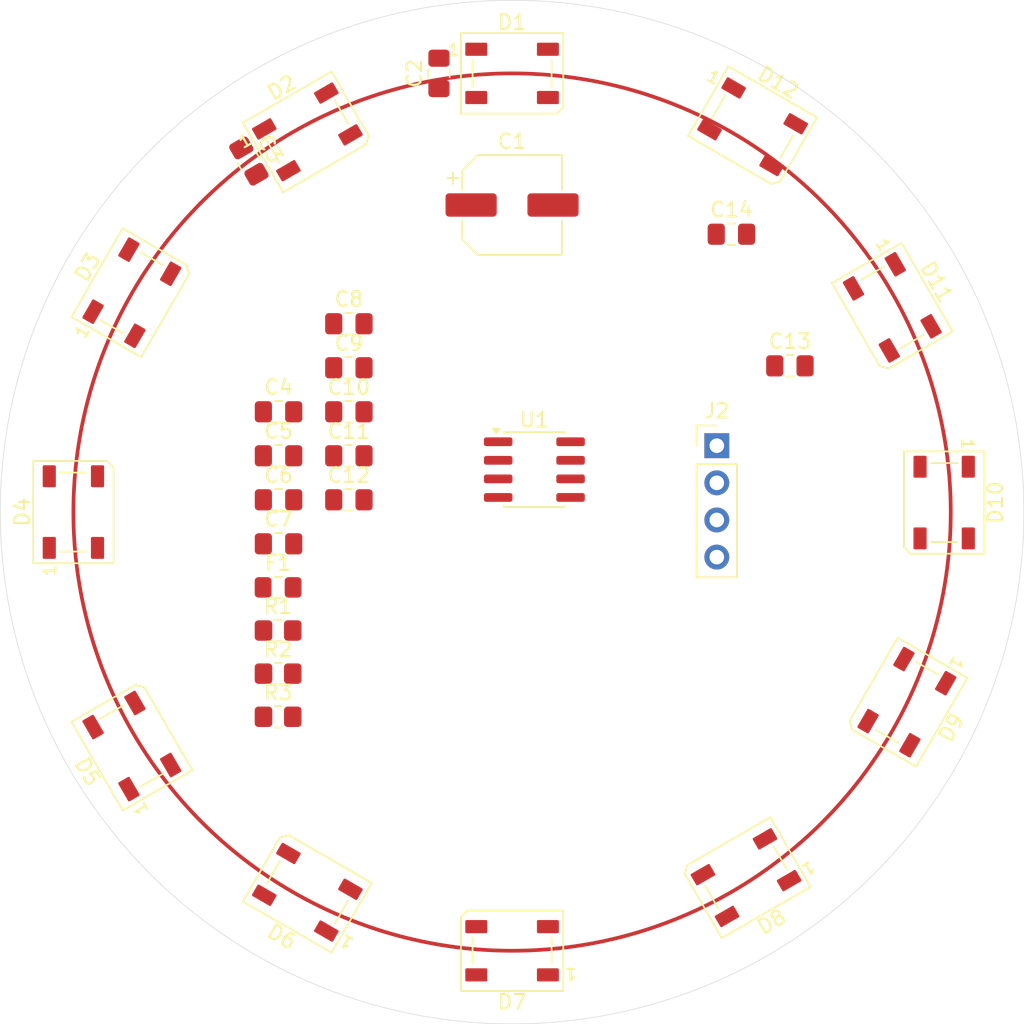
<source format=kicad_pcb>
(kicad_pcb (version 20241229) (generator "pcbnew") (generator_version "9.0")
  (layers (0 "F.Cu" signal "Front") (4 "In1.Cu" signal) (6 "In2.Cu" signal) (2 "B.Cu" signal "Back") (13 "F.Paste" user) (15 "B.Paste" user) (5 "F.SilkS" user "F.Silkscreen") (7 "B.SilkS" user "B.Silkscreen") (1 "F.Mask" user) (3 "B.Mask" user) (25 "Edge.Cuts" user))
  (net 0 "")
  (net 1 "GND")
  (net 2 "+5V")
  (net 3 "Net-(D1-DOUT)")
  (net 4 "Net-(D1-DIN)")
  (net 5 "Net-(D2-DOUT)")
  (net 6 "Net-(D3-DOUT)")
  (net 7 "Net-(D4-DOUT)")
  (net 8 "Net-(D5-DOUT)")
  (net 9 "Net-(D6-DOUT)")
  (net 10 "Net-(D7-DOUT)")
  (net 11 "Net-(D8-DOUT)")
  (net 12 "Net-(D10-DIN)")
  (net 14 "Net-(J1-Pin_4)")
  (net 15 "Programmierpin")
  (net 17 "Neopixel_DATA")
  (net 18 "I2C_SDA")
  (net 19 "I2C_SCL")
  (net 22 "DOUT{slash}IN")
  (net 23 "Net-(D11-DOUT)")
  (footprint "LED_SMD:LED_WS2812B_PLCC4_5.0x5.0mm_P3.2mm" (layer "F.Cu") (at 136 131 150)
    (property "Reference" "D6" (at 0 -3.5 150) (layer "F.SilkS"))
    (property "Value" "WS2812B")
    (fp_line (start 2.7 0.9) (end 2.7 -0.9) (stroke (width 0.12)) (layer "F.SilkS"))
    (fp_line (start 3.5 2.3) (end 3.5 -2.75) (stroke (width 0.12)) (layer "F.SilkS"))
    (fp_line (start 3.05 2.75) (end 3.5 2.3) (stroke (width 0.12)) (layer "F.SilkS"))
    (fp_line (start -3.5 -2.75) (end 3.5 -2.75) (stroke (width 0.12)) (layer "F.SilkS"))
    (fp_line (start -3.5 -2.75) (end -3.5 2.75) (stroke (width 0.12)) (layer "F.SilkS"))
    (fp_line (start -2.7 0.9) (end -2.7 -0.9) (stroke (width 0.12)) (layer "F.SilkS"))
    (fp_line (start -3.5 2.75) (end 3.05 2.75) (stroke (width 0.12)) (layer "F.SilkS"))
    (fp_text user "1" (at -4.000001 -1.6 150) (layer "F.SilkS") (effects (font (size 0.8 0.8))))
    (pad "1" smd roundrect (at -2.45 -1.65 150) (size 1.5 0.9) (layers "F.Cu" "F.Mask" "F.Paste") (roundrect_rratio 0.1) (net 2 "+5V"))
    (pad "2" smd roundrect (at -2.45 1.65 150) (size 1.5 0.9) (layers "F.Cu" "F.Mask" "F.Paste") (roundrect_rratio 0.1) (net 9 "Net-(D6-DOUT)"))
    (pad "3" smd roundrect (at 2.45 1.65 150) (size 1.5 0.9) (layers "F.Cu" "F.Mask" "F.Paste") (roundrect_rratio 0.1) (net 1 "GND"))
    (pad "4" smd roundrect (at 2.45 -1.65 150) (size 1.5 0.9) (layers "F.Cu" "F.Mask" "F.Paste") (roundrect_rratio 0.1) (net 8 "Net-(D5-DOUT)"))
  )
  (footprint "Capacitor_SMD:C_0805_2012Metric_Pad1.18x1.45mm_HandSolder" (layer "F.Cu") (at 165 86)
    (property "Reference" "C14" (at 0 -1.68 0) (layer "F.SilkS"))
    (property "Value" "100nF")
    (fp_line (start -0.261252 -0.735) (end 0.261252 -0.735) (stroke (width 0.12)) (layer "F.SilkS"))
    (fp_line (start -0.261252 0.735) (end 0.261252 0.735) (stroke (width 0.12)) (layer "F.SilkS"))
    (pad "1" smd roundrect (at -1.0375 0) (size 1.175 1.45) (layers "F.Cu" "F.Mask" "F.Paste") (roundrect_rratio 0.212766) (net 2 "+5V"))
    (pad "2" smd roundrect (at 1.0375 0) (size 1.175 1.45) (layers "F.Cu" "F.Mask" "F.Paste") (roundrect_rratio 0.212766) (net 1 "GND"))
  )
  (footprint "Package_SO:SOIC-8_3.9x4.9mm_P1.27mm" (layer "F.Cu") (at 151.525 102.095)
    (property "Reference" "U1" (at 0 -3.4 0) (layer "F.SilkS"))
    (property "Value" "ATtiny202-SS")
    (fp_line (start -2.06 -2.56) (end 2.06 -2.56) (stroke (width 0.12)) (layer "F.SilkS"))
    (fp_line (start -2.06 -2.465) (end -2.06 -2.56) (stroke (width 0.12)) (layer "F.SilkS"))
    (fp_line (start -2.06 2.56) (end -2.06 2.465) (stroke (width 0.12)) (layer "F.SilkS"))
    (fp_line (start 2.06 -2.56) (end 2.06 -2.465) (stroke (width 0.12)) (layer "F.SilkS"))
    (fp_line (start 2.06 2.465) (end 2.06 2.56) (stroke (width 0.12)) (layer "F.SilkS"))
    (fp_line (start 2.06 2.56) (end -2.06 2.56) (stroke (width 0.12)) (layer "F.SilkS"))
    (fp_poly (pts (xy -2.6 -2.47) (xy -2.84 -2.8) (xy -2.36 -2.8)) (stroke (width 0.12)) (fill yes) (layer "F.SilkS"))
    (pad "1" smd roundrect (at -2.475 -1.905) (size 1.95 0.6) (layers "F.Cu" "F.Mask" "F.Paste") (net 2 "+5V"))
    (pad "2" smd roundrect (at -2.475 -0.635) (size 1.95 0.6) (layers "F.Cu" "F.Mask" "F.Paste") (net 17 "Neopixel_DATA"))
    (pad "3" smd roundrect (at -2.475 0.635) (size 1.95 0.6) (layers "F.Cu" "F.Mask" "F.Paste"))
    (pad "4" smd roundrect (at -2.475 1.905) (size 1.95 0.6) (layers "F.Cu" "F.Mask" "F.Paste") (net 18 "I2C_SDA"))
    (pad "5" smd roundrect (at 2.475 1.905) (size 1.95 0.6) (layers "F.Cu" "F.Mask" "F.Paste") (net 19 "I2C_SCL"))
    (pad "6" smd roundrect (at 2.475 0.635) (size 1.95 0.6) (layers "F.Cu" "F.Mask" "F.Paste"))
    (pad "7" smd roundrect (at 2.475 -0.635) (size 1.95 0.6) (layers "F.Cu" "F.Mask" "F.Paste") (net 15 "Programmierpin"))
    (pad "8" smd roundrect (at 2.475 -1.905) (size 1.95 0.6) (layers "F.Cu" "F.Mask" "F.Paste") (net 1 "GND"))
  )
  (footprint "LED_SMD:LED_WS2812B_PLCC4_5.0x5.0mm_P3.2mm" (layer "F.Cu") (at 124 121 120)
    (property "Reference" "D5" (at 0 -3.5 120) (layer "F.SilkS"))
    (property "Value" "WS2812B")
    (fp_line (start -3.5 -2.75) (end 3.5 -2.75) (stroke (width 0.12)) (layer "F.SilkS"))
    (fp_line (start -3.5 -2.75) (end -3.5 2.75) (stroke (width 0.12)) (layer "F.SilkS"))
    (fp_line (start 2.7 0.9) (end 2.7 -0.9) (stroke (width 0.12)) (layer "F.SilkS"))
    (fp_line (start 3.5 2.3) (end 3.5 -2.75) (stroke (width 0.12)) (layer "F.SilkS"))
    (fp_line (start 3.05 2.75) (end 3.5 2.3) (stroke (width 0.12)) (layer "F.SilkS"))
    (fp_line (start -2.7 0.9) (end -2.7 -0.9) (stroke (width 0.12)) (layer "F.SilkS"))
    (fp_line (start -3.5 2.75) (end 3.05 2.75) (stroke (width 0.12)) (layer "F.SilkS"))
    (fp_text user "1" (at -4 -1.6 120) (layer "F.SilkS") (effects (font (size 0.8 0.8))))
    (pad "1" smd roundrect (at -2.45 -1.65 120) (size 1.5 0.9) (layers "F.Cu" "F.Mask" "F.Paste") (roundrect_rratio 0.1) (net 2 "+5V"))
    (pad "2" smd roundrect (at -2.45 1.65 120) (size 1.5 0.9) (layers "F.Cu" "F.Mask" "F.Paste") (roundrect_rratio 0.1) (net 8 "Net-(D5-DOUT)"))
    (pad "3" smd roundrect (at 2.45 1.65 120) (size 1.5 0.9) (layers "F.Cu" "F.Mask" "F.Paste") (roundrect_rratio 0.1) (net 1 "GND"))
    (pad "4" smd roundrect (at 2.45 -1.65 120) (size 1.5 0.9) (layers "F.Cu" "F.Mask" "F.Paste") (roundrect_rratio 0.1) (net 7 "Net-(D4-DOUT)"))
  )
  (footprint "Capacitor_SMD:C_0805_2012Metric_Pad1.18x1.45mm_HandSolder" (layer "F.Cu") (at 138.84 104.16)
    (property "Reference" "C12" (at 0 -1.68 0) (layer "F.SilkS"))
    (property "Value" "100nF")
    (fp_line (start -0.261252 -0.735) (end 0.261252 -0.735) (stroke (width 0.12)) (layer "F.SilkS"))
    (fp_line (start -0.261252 0.735) (end 0.261252 0.735) (stroke (width 0.12)) (layer "F.SilkS"))
    (pad "1" smd roundrect (at -1.0375 0) (size 1.175 1.45) (layers "F.Cu" "F.Mask" "F.Paste") (roundrect_rratio 0.212766) (net 2 "+5V"))
    (pad "2" smd roundrect (at 1.0375 0) (size 1.175 1.45) (layers "F.Cu" "F.Mask" "F.Paste") (roundrect_rratio 0.212766) (net 1 "GND"))
  )
  (footprint "Capacitor_SMD:C_0805_2012Metric_Pad1.18x1.45mm_HandSolder" (layer "F.Cu") (at 134.03 104.16)
    (property "Reference" "C6" (at 0 -1.68 0) (layer "F.SilkS"))
    (property "Value" "100nF")
    (fp_line (start -0.261252 -0.735) (end 0.261252 -0.735) (stroke (width 0.12)) (layer "F.SilkS"))
    (fp_line (start -0.261252 0.735) (end 0.261252 0.735) (stroke (width 0.12)) (layer "F.SilkS"))
    (pad "1" smd roundrect (at -1.0375 0) (size 1.175 1.45) (layers "F.Cu" "F.Mask" "F.Paste") (roundrect_rratio 0.212766) (net 2 "+5V"))
    (pad "2" smd roundrect (at 1.0375 0) (size 1.175 1.45) (layers "F.Cu" "F.Mask" "F.Paste") (roundrect_rratio 0.212766) (net 1 "GND"))
  )
  (footprint "Capacitor_SMD:C_0805_2012Metric_Pad1.18x1.45mm_HandSolder" (layer "F.Cu") (at 138.84 95.13)
    (property "Reference" "C9" (at 0 -1.68 0) (layer "F.SilkS"))
    (property "Value" "100nF")
    (fp_line (start -0.261252 -0.735) (end 0.261252 -0.735) (stroke (width 0.12)) (layer "F.SilkS"))
    (fp_line (start -0.261252 0.735) (end 0.261252 0.735) (stroke (width 0.12)) (layer "F.SilkS"))
    (pad "1" smd roundrect (at -1.0375 0) (size 1.175 1.45) (layers "F.Cu" "F.Mask" "F.Paste") (roundrect_rratio 0.212766) (net 2 "+5V"))
    (pad "2" smd roundrect (at 1.0375 0) (size 1.175 1.45) (layers "F.Cu" "F.Mask" "F.Paste") (roundrect_rratio 0.212766) (net 1 "GND"))
  )
  (footprint "Resistor_SMD:R_0805_2012Metric_Pad1.20x1.40mm_HandSolder" (layer "F.Cu") (at 134 113.1)
    (property "Reference" "R1" (at 0 -1.65 0) (layer "F.SilkS"))
    (property "Value" "330R")
    (fp_line (start -0.227064 -0.735) (end 0.227064 -0.735) (stroke (width 0.12)) (layer "F.SilkS"))
    (fp_line (start -0.227064 0.735) (end 0.227064 0.735) (stroke (width 0.12)) (layer "F.SilkS"))
    (pad "1" smd roundrect (at -1 0) (size 1.2 1.4) (layers "F.Cu" "F.Mask" "F.Paste") (roundrect_rratio 0.208333) (net 17 "Neopixel_DATA"))
    (pad "2" smd roundrect (at 1 0) (size 1.2 1.4) (layers "F.Cu" "F.Mask" "F.Paste") (roundrect_rratio 0.208333) (net 4 "Net-(D1-DIN)"))
  )
  (footprint "Resistor_SMD:R_0805_2012Metric_Pad1.20x1.40mm_HandSolder" (layer "F.Cu") (at 134 119)
    (property "Reference" "R3" (at 0 -1.65 0) (layer "F.SilkS"))
    (property "Value" "4.7K")
    (fp_line (start -0.227064 -0.735) (end 0.227064 -0.735) (stroke (width 0.12)) (layer "F.SilkS"))
    (fp_line (start -0.227064 0.735) (end 0.227064 0.735) (stroke (width 0.12)) (layer "F.SilkS"))
    (pad "1" smd roundrect (at -1 0) (size 1.2 1.4) (layers "F.Cu" "F.Mask" "F.Paste") (roundrect_rratio 0.208333) (net 1 "GND"))
    (pad "2" smd roundrect (at 1 0) (size 1.2 1.4) (layers "F.Cu" "F.Mask" "F.Paste") (roundrect_rratio 0.208333) (net 19 "I2C_SCL"))
  )
  (footprint "LED_SMD:LED_WS2812B_PLCC4_5.0x5.0mm_P3.2mm" (layer "F.Cu") (at 179.55 104.35 -90)
    (property "Reference" "D10" (at 0 -3.5 90) (layer "F.SilkS"))
    (property "Value" "WS2812B")
    (fp_line (start -3.5 2.75) (end 3.05 2.75) (stroke (width 0.12)) (layer "F.SilkS"))
    (fp_line (start 3.05 2.75) (end 3.5 2.3) (stroke (width 0.12)) (layer "F.SilkS"))
    (fp_line (start 3.5 2.3) (end 3.5 -2.75) (stroke (width 0.12)) (layer "F.SilkS"))
    (fp_line (start -2.7 0.9) (end -2.7 -0.9) (stroke (width 0.12)) (layer "F.SilkS"))
    (fp_line (start 2.7 0.9) (end 2.7 -0.9) (stroke (width 0.12)) (layer "F.SilkS"))
    (fp_line (start -3.5 -2.75) (end -3.5 2.75) (stroke (width 0.12)) (layer "F.SilkS"))
    (fp_line (start -3.5 -2.75) (end 3.5 -2.75) (stroke (width 0.12)) (layer "F.SilkS"))
    (fp_text user "1" (at -4 -1.6 270) (layer "F.SilkS") (effects (font (size 0.8 0.8))))
    (pad "1" smd roundrect (at -2.45 -1.65 270) (size 1.5 0.9) (layers "F.Cu" "F.Mask" "F.Paste") (roundrect_rratio 0.1) (net 2 "+5V"))
    (pad "2" smd roundrect (at -2.45 1.65 270) (size 1.5 0.9) (layers "F.Cu" "F.Mask" "F.Paste") (roundrect_rratio 0.1))
    (pad "3" smd roundrect (at 2.45 1.65 270) (size 1.5 0.9) (layers "F.Cu" "F.Mask" "F.Paste") (roundrect_rratio 0.1) (net 1 "GND"))
    (pad "4" smd roundrect (at 2.45 -1.65 270) (size 1.5 0.9) (layers "F.Cu" "F.Mask" "F.Paste") (roundrect_rratio 0.1) (net 12 "Net-(D10-DIN)"))
  )
  (footprint "Capacitor_SMD:C_0805_2012Metric_Pad1.18x1.45mm_HandSolder" (layer "F.Cu") (at 145 75 90)
    (property "Reference" "C2" (at 0 -1.68 90) (layer "F.SilkS"))
    (property "Value" "100nF")
    (fp_line (start -0.261252 -0.735) (end 0.261252 -0.735) (stroke (width 0.12)) (layer "F.SilkS"))
    (fp_line (start -0.261252 0.735) (end 0.261252 0.735) (stroke (width 0.12)) (layer "F.SilkS"))
    (pad "1" smd roundrect (at -1.0375 0 90) (size 1.175 1.45) (layers "F.Cu" "F.Mask" "F.Paste") (roundrect_rratio 0.212766) (net 1 "GND"))
    (pad "2" smd roundrect (at 1.0375 0 90) (size 1.175 1.45) (layers "F.Cu" "F.Mask" "F.Paste") (roundrect_rratio 0.212766) (net 2 "+5V"))
  )
  (footprint "LED_SMD:LED_WS2812B_PLCC4_5.0x5.0mm_P3.2mm" (layer "F.Cu") (at 166.45 78.65 -30)
    (property "Reference" "D12" (at 0 -3.5 150) (layer "F.SilkS"))
    (property "Value" "WS2812B")
    (fp_line (start -3.5 2.75) (end 3.05 2.75) (stroke (width 0.12)) (layer "F.SilkS"))
    (fp_line (start -2.7 0.9) (end -2.7 -0.9) (stroke (width 0.12)) (layer "F.SilkS"))
    (fp_line (start -3.5 -2.75) (end -3.5 2.75) (stroke (width 0.12)) (layer "F.SilkS"))
    (fp_line (start -3.5 -2.75) (end 3.5 -2.75) (stroke (width 0.12)) (layer "F.SilkS"))
    (fp_line (start 3.05 2.75) (end 3.5 2.3) (stroke (width 0.12)) (layer "F.SilkS"))
    (fp_line (start 3.5 2.3) (end 3.5 -2.75) (stroke (width 0.12)) (layer "F.SilkS"))
    (fp_line (start 2.7 0.9) (end 2.7 -0.9) (stroke (width 0.12)) (layer "F.SilkS"))
    (fp_text user "1" (at -4.000001 -1.6 330) (layer "F.SilkS") (effects (font (size 0.8 0.8))))
    (pad "1" smd roundrect (at -2.45 -1.65 330) (size 1.5 0.9) (layers "F.Cu" "F.Mask" "F.Paste") (roundrect_rratio 0.1) (net 2 "+5V"))
    (pad "2" smd roundrect (at -2.45 1.65 330) (size 1.5 0.9) (layers "F.Cu" "F.Mask" "F.Paste") (roundrect_rratio 0.1) (net 12 "Net-(D10-DIN)"))
    (pad "3" smd roundrect (at 2.45 1.65 330) (size 1.5 0.9) (layers "F.Cu" "F.Mask" "F.Paste") (roundrect_rratio 0.1) (net 1 "GND"))
    (pad "4" smd roundrect (at 2.45 -1.65 330) (size 1.5 0.9) (layers "F.Cu" "F.Mask" "F.Paste") (roundrect_rratio 0.1) (net 23 "Net-(D11-DOUT)"))
  )
  (footprint "Fuse:Fuse_0805_2012Metric_Pad1.15x1.40mm_HandSolder" (layer "F.Cu") (at 134 110.15)
    (property "Reference" "F1" (at 0 -1.65 0) (layer "F.SilkS"))
    (property "Value" "Polyfuse")
    (fp_line (start -0.261252 -0.71) (end 0.261252 -0.71) (stroke (width 0.12)) (layer "F.SilkS"))
    (fp_line (start -0.261252 0.71) (end 0.261252 0.71) (stroke (width 0.12)) (layer "F.SilkS"))
    (pad "1" smd roundrect (at -1.025 0) (size 1.15 1.4) (layers "F.Cu" "F.Mask" "F.Paste") (roundrect_rratio 0.217391) (net 2 "+5V"))
    (pad "2" smd roundrect (at 1.025 0) (size 1.15 1.4) (layers "F.Cu" "F.Mask" "F.Paste") (roundrect_rratio 0.217391) (net 14 "Net-(J1-Pin_4)"))
  )
  (footprint "Capacitor_SMD:C_0805_2012Metric_Pad1.18x1.45mm_HandSolder" (layer "F.Cu") (at 134.03 98.14)
    (property "Reference" "C4" (at 0 -1.68 0) (layer "F.SilkS"))
    (property "Value" "100nF")
    (fp_line (start -0.261252 -0.735) (end 0.261252 -0.735) (stroke (width 0.12)) (layer "F.SilkS"))
    (fp_line (start -0.261252 0.735) (end 0.261252 0.735) (stroke (width 0.12)) (layer "F.SilkS"))
    (pad "1" smd roundrect (at -1.0375 0) (size 1.175 1.45) (layers "F.Cu" "F.Mask" "F.Paste") (roundrect_rratio 0.212766) (net 2 "+5V"))
    (pad "2" smd roundrect (at 1.0375 0) (size 1.175 1.45) (layers "F.Cu" "F.Mask" "F.Paste") (roundrect_rratio 0.212766) (net 1 "GND"))
  )
  (footprint "LED_SMD:LED_WS2812B_PLCC4_5.0x5.0mm_P3.2mm" (layer "F.Cu") (at 150 135 180)
    (property "Reference" "D7" (at 0 -3.5 0) (layer "F.SilkS"))
    (property "Value" "WS2812B")
    (fp_line (start 3.5 2.3) (end 3.5 -2.75) (stroke (width 0.12)) (layer "F.SilkS"))
    (fp_line (start 3.05 2.75) (end 3.5 2.3) (stroke (width 0.12)) (layer "F.SilkS"))
    (fp_line (start 2.7 0.9) (end 2.7 -0.9) (stroke (width 0.12)) (layer "F.SilkS"))
    (fp_line (start -2.7 0.9) (end -2.7 -0.9) (stroke (width 0.12)) (layer "F.SilkS"))
    (fp_line (start -3.5 2.75) (end 3.05 2.75) (stroke (width 0.12)) (layer "F.SilkS"))
    (fp_line (start -3.5 -2.75) (end 3.5 -2.75) (stroke (width 0.12)) (layer "F.SilkS"))
    (fp_line (start -3.5 -2.75) (end -3.5 2.75) (stroke (width 0.12)) (layer "F.SilkS"))
    (fp_text user "1" (at -4 -1.6 180) (layer "F.SilkS") (effects (font (size 0.8 0.8))))
    (pad "1" smd roundrect (at -2.45 -1.65 180) (size 1.5 0.9) (layers "F.Cu" "F.Mask" "F.Paste") (roundrect_rratio 0.1) (net 2 "+5V"))
    (pad "2" smd roundrect (at -2.45 1.65 180) (size 1.5 0.9) (layers "F.Cu" "F.Mask" "F.Paste") (roundrect_rratio 0.1) (net 10 "Net-(D7-DOUT)"))
    (pad "3" smd roundrect (at 2.45 1.65 180) (size 1.5 0.9) (layers "F.Cu" "F.Mask" "F.Paste") (roundrect_rratio 0.1) (net 1 "GND"))
    (pad "4" smd roundrect (at 2.45 -1.65 180) (size 1.5 0.9) (layers "F.Cu" "F.Mask" "F.Paste") (roundrect_rratio 0.1) (net 9 "Net-(D6-DOUT)"))
  )
  (footprint "Capacitor_SMD:C_0805_2012Metric_Pad1.18x1.45mm_HandSolder" (layer "F.Cu") (at 132 81 -60)
    (property "Reference" "C3" (at 0 -1.68 120) (layer "F.SilkS"))
    (property "Value" "100nF")
    (fp_line (start -0.261252 0.735) (end 0.261252 0.735) (stroke (width 0.12)) (layer "F.SilkS"))
    (fp_line (start -0.261252 -0.735) (end 0.261252 -0.735) (stroke (width 0.12)) (layer "F.SilkS"))
    (pad "1" smd roundrect (at -1.0375 0 300) (size 1.175 1.45) (layers "F.Cu" "F.Mask" "F.Paste") (roundrect_rratio 0.212766) (net 2 "+5V"))
    (pad "2" smd roundrect (at 1.0375 0 300) (size 1.175 1.45) (layers "F.Cu" "F.Mask" "F.Paste") (roundrect_rratio 0.212766) (net 1 "GND"))
  )
  (footprint "LED_SMD:LED_WS2812B_PLCC4_5.0x5.0mm_P3.2mm" (layer "F.Cu") (at 120 105 90)
    (property "Reference" "D4" (at 0 -3.5 90) (layer "F.SilkS"))
    (property "Value" "WS2812B")
    (fp_line (start -3.5 -2.75) (end 3.5 -2.75) (stroke (width 0.12)) (layer "F.SilkS"))
    (fp_line (start -3.5 -2.75) (end -3.5 2.75) (stroke (width 0.12)) (layer "F.SilkS"))
    (fp_line (start 2.7 0.9) (end 2.7 -0.9) (stroke (width 0.12)) (layer "F.SilkS"))
    (fp_line (start -2.7 0.9) (end -2.7 -0.9) (stroke (width 0.12)) (layer "F.SilkS"))
    (fp_line (start 3.5 2.3) (end 3.5 -2.75) (stroke (width 0.12)) (layer "F.SilkS"))
    (fp_line (start 3.05 2.75) (end 3.5 2.3) (stroke (width 0.12)) (layer "F.SilkS"))
    (fp_line (start -3.5 2.75) (end 3.05 2.75) (stroke (width 0.12)) (layer "F.SilkS"))
    (fp_text user "1" (at -4 -1.6 90) (layer "F.SilkS") (effects (font (size 0.8 0.8))))
    (pad "1" smd roundrect (at -2.45 -1.65 90) (size 1.5 0.9) (layers "F.Cu" "F.Mask" "F.Paste") (roundrect_rratio 0.1) (net 2 "+5V"))
    (pad "2" smd roundrect (at -2.45 1.65 90) (size 1.5 0.9) (layers "F.Cu" "F.Mask" "F.Paste") (roundrect_rratio 0.1) (net 7 "Net-(D4-DOUT)"))
    (pad "3" smd roundrect (at 2.45 1.65 90) (size 1.5 0.9) (layers "F.Cu" "F.Mask" "F.Paste") (roundrect_rratio 0.1) (net 1 "GND"))
    (pad "4" smd roundrect (at 2.45 -1.65 90) (size 1.5 0.9) (layers "F.Cu" "F.Mask" "F.Paste") (roundrect_rratio 0.1) (net 6 "Net-(D3-DOUT)"))
  )
  (footprint "Connector_PinHeader_2.54mm:PinHeader_1x04_P2.54mm_Vertical" (layer "F.Cu") (at 164 100.46)
    (property "Reference" "J2" (at 0 -2.38 0) (layer "F.SilkS"))
    (property "Value" "Programming")
    (fp_line (start -1.38 -1.38) (end 0 -1.38) (stroke (width 0.12)) (layer "F.SilkS"))
    (fp_line (start -1.38 0) (end -1.38 -1.38) (stroke (width 0.12)) (layer "F.SilkS"))
    (fp_line (start -1.38 1.27) (end -1.38 9) (stroke (width 0.12)) (layer "F.SilkS"))
    (fp_line (start -1.38 1.27) (end 1.38 1.27) (stroke (width 0.12)) (layer "F.SilkS"))
    (fp_line (start -1.38 9) (end 1.38 9) (stroke (width 0.12)) (layer "F.SilkS"))
    (fp_line (start 1.38 1.27) (end 1.38 9) (stroke (width 0.12)) (layer "F.SilkS"))
    (pad "1" thru_hole rect (at 0 0) (size 1.7 1.7) (drill 1) (layers "*.Cu" "*.Mask"))
    (pad "2" thru_hole circle (at 0 2.54) (size 1.7 1.7) (drill 1) (layers "*.Cu" "*.Mask") (net 1 "GND"))
    (pad "3" thru_hole circle (at 0 5.08) (size 1.7 1.7) (drill 1) (layers "*.Cu" "*.Mask") (net 15 "Programmierpin"))
    (pad "4" thru_hole circle (at 0 7.62) (size 1.7 1.7) (drill 1) (layers "*.Cu" "*.Mask") (net 2 "+5V"))
  )
  (footprint "LED_SMD:LED_WS2812B_PLCC4_5.0x5.0mm_P3.2mm" (layer "F.Cu") (at 176 91 -60)
    (property "Reference" "D11" (at 0 -3.5 120) (layer "F.SilkS"))
    (property "Value" "WS2812B")
    (fp_line (start -3.5 2.75) (end 3.05 2.75) (stroke (width 0.12)) (layer "F.SilkS"))
    (fp_line (start -2.7 0.9) (end -2.7 -0.9) (stroke (width 0.12)) (layer "F.SilkS"))
    (fp_line (start 3.05 2.75) (end 3.5 2.3) (stroke (width 0.12)) (layer "F.SilkS"))
    (fp_line (start 3.5 2.3) (end 3.5 -2.75) (stroke (width 0.12)) (layer "F.SilkS"))
    (fp_line (start 2.7 0.9) (end 2.7 -0.9) (stroke (width 0.12)) (layer "F.SilkS"))
    (fp_line (start -3.5 -2.75) (end -3.5 2.75) (stroke (width 0.12)) (layer "F.SilkS"))
    (fp_line (start -3.5 -2.75) (end 3.5 -2.75) (stroke (width 0.12)) (layer "F.SilkS"))
    (fp_text user "1" (at -4 -1.6 300) (layer "F.SilkS") (effects (font (size 0.8 0.8))))
    (pad "1" smd roundrect (at -2.45 -1.65 300) (size 1.5 0.9) (layers "F.Cu" "F.Mask" "F.Paste") (roundrect_rratio 0.1) (net 2 "+5V"))
    (pad "2" smd roundrect (at -2.45 1.65 300) (size 1.5 0.9) (layers "F.Cu" "F.Mask" "F.Paste") (roundrect_rratio 0.1) (net 23 "Net-(D11-DOUT)"))
    (pad "3" smd roundrect (at 2.45 1.65 300) (size 1.5 0.9) (layers "F.Cu" "F.Mask" "F.Paste") (roundrect_rratio 0.1) (net 1 "GND"))
    (pad "4" smd roundrect (at 2.45 -1.65 300) (size 1.5 0.9) (layers "F.Cu" "F.Mask" "F.Paste") (roundrect_rratio 0.1) (net 22 "DOUT{slash}IN"))
  )
  (footprint "LED_SMD:LED_WS2812B_PLCC4_5.0x5.0mm_P3.2mm" (layer "F.Cu") (at 177 118 -120)
    (property "Reference" "D9" (at 0 -3.5 60) (layer "F.SilkS"))
    (property "Value" "WS2812B")
    (fp_line (start 3.05 2.75) (end 3.5 2.3) (stroke (width 0.12)) (layer "F.SilkS"))
    (fp_line (start 3.5 2.3) (end 3.5 -2.75) (stroke (width 0.12)) (layer "F.SilkS"))
    (fp_line (start 2.7 0.9) (end 2.7 -0.9) (stroke (width 0.12)) (layer "F.SilkS"))
    (fp_line (start -3.5 2.75) (end 3.05 2.75) (stroke (width 0.12)) (layer "F.SilkS"))
    (fp_line (start -2.7 0.9) (end -2.7 -0.9) (stroke (width 0.12)) (layer "F.SilkS"))
    (fp_line (start -3.5 -2.75) (end -3.5 2.75) (stroke (width 0.12)) (layer "F.SilkS"))
    (fp_line (start -3.5 -2.75) (end 3.5 -2.75) (stroke (width 0.12)) (layer "F.SilkS"))
    (fp_text user "1" (at -4.000001 -1.6 240) (layer "F.SilkS") (effects (font (size 0.8 0.8))))
    (pad "1" smd roundrect (at -2.45 -1.65 240) (size 1.5 0.9) (layers "F.Cu" "F.Mask" "F.Paste") (roundrect_rratio 0.1) (net 2 "+5V"))
    (pad "2" smd roundrect (at -2.45 1.65 240) (size 1.5 0.9) (layers "F.Cu" "F.Mask" "F.Paste") (roundrect_rratio 0.1) (net 22 "DOUT{slash}IN"))
    (pad "3" smd roundrect (at 2.45 1.65 240) (size 1.5 0.9) (layers "F.Cu" "F.Mask" "F.Paste") (roundrect_rratio 0.1) (net 1 "GND"))
    (pad "4" smd roundrect (at 2.45 -1.65 240) (size 1.5 0.9) (layers "F.Cu" "F.Mask" "F.Paste") (roundrect_rratio 0.1) (net 11 "Net-(D8-DOUT)"))
  )
  (footprint "LED_SMD:LED_WS2812B_PLCC4_5.0x5.0mm_P3.2mm" (layer "F.Cu") (at 124 90 60)
    (property "Reference" "D3" (at 0 -3.5 60) (layer "F.SilkS"))
    (property "Value" "WS2812B")
    (fp_line (start -3.5 -2.75) (end 3.5 -2.75) (stroke (width 0.12)) (layer "F.SilkS"))
    (fp_line (start -3.5 -2.75) (end -3.5 2.75) (stroke (width 0.12)) (layer "F.SilkS"))
    (fp_line (start -2.7 0.9) (end -2.7 -0.9) (stroke (width 0.12)) (layer "F.SilkS"))
    (fp_line (start -3.5 2.75) (end 3.05 2.75) (stroke (width 0.12)) (layer "F.SilkS"))
    (fp_line (start 2.7 0.9) (end 2.7 -0.9) (stroke (width 0.12)) (layer "F.SilkS"))
    (fp_line (start 3.5 2.3) (end 3.5 -2.75) (stroke (width 0.12)) (layer "F.SilkS"))
    (fp_line (start 3.05 2.75) (end 3.5 2.3) (stroke (width 0.12)) (layer "F.SilkS"))
    (fp_text user "1" (at -4.000001 -1.6 60) (layer "F.SilkS") (effects (font (size 0.8 0.8))))
    (pad "1" smd roundrect (at -2.45 -1.65 60) (size 1.5 0.9) (layers "F.Cu" "F.Mask" "F.Paste") (roundrect_rratio 0.1) (net 2 "+5V"))
    (pad "2" smd roundrect (at -2.45 1.65 60) (size 1.5 0.9) (layers "F.Cu" "F.Mask" "F.Paste") (roundrect_rratio 0.1) (net 6 "Net-(D3-DOUT)"))
    (pad "3" smd roundrect (at 2.45 1.65 60) (size 1.5 0.9) (layers "F.Cu" "F.Mask" "F.Paste") (roundrect_rratio 0.1) (net 1 "GND"))
    (pad "4" smd roundrect (at 2.45 -1.65 60) (size 1.5 0.9) (layers "F.Cu" "F.Mask" "F.Paste") (roundrect_rratio 0.1) (net 5 "Net-(D2-DOUT)"))
  )
  (footprint "LED_SMD:LED_WS2812B_PLCC4_5.0x5.0mm_P3.2mm" (layer "F.Cu") (at 166 130 -150)
    (property "Reference" "D8" (at 0 -3.5 30) (layer "F.SilkS"))
    (property "Value" "WS2812B")
    (fp_line (start 3.5 2.3) (end 3.5 -2.75) (stroke (width 0.12)) (layer "F.SilkS"))
    (fp_line (start 3.05 2.75) (end 3.5 2.3) (stroke (width 0.12)) (layer "F.SilkS"))
    (fp_line (start 2.7 0.9) (end 2.7 -0.9) (stroke (width 0.12)) (layer "F.SilkS"))
    (fp_line (start -3.5 2.75) (end 3.05 2.75) (stroke (width 0.12)) (layer "F.SilkS"))
    (fp_line (start -2.7 0.9) (end -2.7 -0.9) (stroke (width 0.12)) (layer "F.SilkS"))
    (fp_line (start -3.5 -2.75) (end 3.5 -2.75) (stroke (width 0.12)) (layer "F.SilkS"))
    (fp_line (start -3.5 -2.75) (end -3.5 2.75) (stroke (width 0.12)) (layer "F.SilkS"))
    (fp_text user "1" (at -4 -1.6 210) (layer "F.SilkS") (effects (font (size 0.8 0.8))))
    (pad "1" smd roundrect (at -2.45 -1.65 210) (size 1.5 0.9) (layers "F.Cu" "F.Mask" "F.Paste") (roundrect_rratio 0.1) (net 2 "+5V"))
    (pad "2" smd roundrect (at -2.45 1.65 210) (size 1.5 0.9) (layers "F.Cu" "F.Mask" "F.Paste") (roundrect_rratio 0.1) (net 11 "Net-(D8-DOUT)"))
    (pad "3" smd roundrect (at 2.45 1.65 210) (size 1.5 0.9) (layers "F.Cu" "F.Mask" "F.Paste") (roundrect_rratio 0.1) (net 1 "GND"))
    (pad "4" smd roundrect (at 2.45 -1.65 210) (size 1.5 0.9) (layers "F.Cu" "F.Mask" "F.Paste") (roundrect_rratio 0.1) (net 10 "Net-(D7-DOUT)"))
  )
  (footprint "Capacitor_SMD:C_0805_2012Metric_Pad1.18x1.45mm_HandSolder" (layer "F.Cu") (at 134.03 101.15)
    (property "Reference" "C5" (at 0 -1.68 0) (layer "F.SilkS"))
    (property "Value" "100nF")
    (fp_line (start -0.261252 -0.735) (end 0.261252 -0.735) (stroke (width 0.12)) (layer "F.SilkS"))
    (fp_line (start -0.261252 0.735) (end 0.261252 0.735) (stroke (width 0.12)) (layer "F.SilkS"))
    (pad "1" smd roundrect (at -1.0375 0) (size 1.175 1.45) (layers "F.Cu" "F.Mask" "F.Paste") (roundrect_rratio 0.212766) (net 2 "+5V"))
    (pad "2" smd roundrect (at 1.0375 0) (size 1.175 1.45) (layers "F.Cu" "F.Mask" "F.Paste") (roundrect_rratio 0.212766) (net 1 "GND"))
  )
  (footprint "LED_SMD:LED_WS2812B_PLCC4_5.0x5.0mm_P3.2mm" (layer "F.Cu") (at 136 79 30)
    (property "Reference" "D2" (at 0 -3.5 30) (layer "F.SilkS"))
    (property "Value" "WS2812B")
    (fp_line (start -3.5 -2.75) (end -3.5 2.75) (stroke (width 0.12)) (layer "F.SilkS"))
    (fp_line (start -3.5 -2.75) (end 3.5 -2.75) (stroke (width 0.12)) (layer "F.SilkS"))
    (fp_line (start -2.7 0.9) (end -2.7 -0.9) (stroke (width 0.12)) (layer "F.SilkS"))
    (fp_line (start -3.5 2.75) (end 3.05 2.75) (stroke (width 0.12)) (layer "F.SilkS"))
    (fp_line (start 2.7 0.9) (end 2.7 -0.9) (stroke (width 0.12)) (layer "F.SilkS"))
    (fp_line (start 3.05 2.75) (end 3.5 2.3) (stroke (width 0.12)) (layer "F.SilkS"))
    (fp_line (start 3.5 2.3) (end 3.5 -2.75) (stroke (width 0.12)) (layer "F.SilkS"))
    (fp_text user "1" (at -4 -1.6 30) (layer "F.SilkS") (effects (font (size 0.8 0.8))))
    (pad "1" smd roundrect (at -2.45 -1.65 30) (size 1.5 0.9) (layers "F.Cu" "F.Mask" "F.Paste") (roundrect_rratio 0.1) (net 2 "+5V"))
    (pad "2" smd roundrect (at -2.45 1.65 30) (size 1.5 0.9) (layers "F.Cu" "F.Mask" "F.Paste") (roundrect_rratio 0.1) (net 5 "Net-(D2-DOUT)"))
    (pad "3" smd roundrect (at 2.45 1.65 30) (size 1.5 0.9) (layers "F.Cu" "F.Mask" "F.Paste") (roundrect_rratio 0.1) (net 1 "GND"))
    (pad "4" smd roundrect (at 2.45 -1.65 30) (size 1.5 0.9) (layers "F.Cu" "F.Mask" "F.Paste") (roundrect_rratio 0.1) (net 3 "Net-(D1-DOUT)"))
  )
  (footprint "Capacitor_SMD:C_0805_2012Metric_Pad1.18x1.45mm_HandSolder" (layer "F.Cu") (at 169 95)
    (property "Reference" "C13" (at 0 -1.68 0) (layer "F.SilkS"))
    (property "Value" "100nF")
    (fp_line (start -0.261252 -0.735) (end 0.261252 -0.735) (stroke (width 0.12)) (layer "F.SilkS"))
    (fp_line (start -0.261252 0.735) (end 0.261252 0.735) (stroke (width 0.12)) (layer "F.SilkS"))
    (pad "1" smd roundrect (at -1.0375 0) (size 1.175 1.45) (layers "F.Cu" "F.Mask" "F.Paste") (roundrect_rratio 0.212766) (net 2 "+5V"))
    (pad "2" smd roundrect (at 1.0375 0) (size 1.175 1.45) (layers "F.Cu" "F.Mask" "F.Paste") (roundrect_rratio 0.212766) (net 1 "GND"))
  )
  (footprint "Capacitor_SMD:CP_Elec_6.3x5.4" (layer "F.Cu") (at 150 84)
    (property "Reference" "C1" (at 0 -4.35 0) (layer "F.SilkS"))
    (property "Value" "1000uF")
    (fp_line (start -4.4375 -1.8475) (end -3.65 -1.8475) (stroke (width 0.12)) (layer "F.SilkS"))
    (fp_line (start -4.04375 -2.24125) (end -4.04375 -1.45375) (stroke (width 0.12)) (layer "F.SilkS"))
    (fp_line (start -3.41 -2.345563) (end -3.41 -1.06) (stroke (width 0.12)) (layer "F.SilkS"))
    (fp_line (start -3.41 -2.345563) (end -2.345563 -3.41) (stroke (width 0.12)) (layer "F.SilkS"))
    (fp_line (start -3.41 2.345563) (end -3.41 1.06) (stroke (width 0.12)) (layer "F.SilkS"))
    (fp_line (start -3.41 2.345563) (end -2.345563 3.41) (stroke (width 0.12)) (layer "F.SilkS"))
    (fp_line (start -2.345563 -3.41) (end 3.41 -3.41) (stroke (width 0.12)) (layer "F.SilkS"))
    (fp_line (start -2.345563 3.41) (end 3.41 3.41) (stroke (width 0.12)) (layer "F.SilkS"))
    (fp_line (start 3.41 -3.41) (end 3.41 -1.06) (stroke (width 0.12)) (layer "F.SilkS"))
    (fp_line (start 3.41 3.41) (end 3.41 1.06) (stroke (width 0.12)) (layer "F.SilkS"))
    (pad "1" smd roundrect (at -2.8 0) (size 3.5 1.6) (layers "F.Cu" "F.Mask" "F.Paste") (roundrect_rratio 0.15625) (net 2 "+5V"))
    (pad "2" smd roundrect (at 2.8 0) (size 3.5 1.6) (layers "F.Cu" "F.Mask" "F.Paste") (roundrect_rratio 0.15625) (net 1 "GND"))
  )
  (footprint "Capacitor_SMD:C_0805_2012Metric_Pad1.18x1.45mm_HandSolder" (layer "F.Cu") (at 138.84 92.12)
    (property "Reference" "C8" (at 0 -1.68 0) (layer "F.SilkS"))
    (property "Value" "100nF")
    (fp_line (start -0.261252 -0.735) (end 0.261252 -0.735) (stroke (width 0.12)) (layer "F.SilkS"))
    (fp_line (start -0.261252 0.735) (end 0.261252 0.735) (stroke (width 0.12)) (layer "F.SilkS"))
    (pad "1" smd roundrect (at -1.0375 0) (size 1.175 1.45) (layers "F.Cu" "F.Mask" "F.Paste") (roundrect_rratio 0.212766) (net 2 "+5V"))
    (pad "2" smd roundrect (at 1.0375 0) (size 1.175 1.45) (layers "F.Cu" "F.Mask" "F.Paste") (roundrect_rratio 0.212766) (net 1 "GND"))
  )
  (footprint "Capacitor_SMD:C_0805_2012Metric_Pad1.18x1.45mm_HandSolder" (layer "F.Cu") (at 138.84 101.15)
    (property "Reference" "C11" (at 0 -1.68 0) (layer "F.SilkS"))
    (property "Value" "100nF")
    (fp_line (start -0.261252 -0.735) (end 0.261252 -0.735) (stroke (width 0.12)) (layer "F.SilkS"))
    (fp_line (start -0.261252 0.735) (end 0.261252 0.735) (stroke (width 0.12)) (layer "F.SilkS"))
    (pad "1" smd roundrect (at -1.0375 0) (size 1.175 1.45) (layers "F.Cu" "F.Mask" "F.Paste") (roundrect_rratio 0.212766) (net 2 "+5V"))
    (pad "2" smd roundrect (at 1.0375 0) (size 1.175 1.45) (layers "F.Cu" "F.Mask" "F.Paste") (roundrect_rratio 0.212766) (net 1 "GND"))
  )
  (footprint "Capacitor_SMD:C_0805_2012Metric_Pad1.18x1.45mm_HandSolder" (layer "F.Cu") (at 138.84 98.14)
    (property "Reference" "C10" (at 0 -1.68 0) (layer "F.SilkS"))
    (property "Value" "100nF")
    (fp_line (start -0.261252 -0.735) (end 0.261252 -0.735) (stroke (width 0.12)) (layer "F.SilkS"))
    (fp_line (start -0.261252 0.735) (end 0.261252 0.735) (stroke (width 0.12)) (layer "F.SilkS"))
    (pad "1" smd roundrect (at -1.0375 0) (size 1.175 1.45) (layers "F.Cu" "F.Mask" "F.Paste") (roundrect_rratio 0.212766) (net 2 "+5V"))
    (pad "2" smd roundrect (at 1.0375 0) (size 1.175 1.45) (layers "F.Cu" "F.Mask" "F.Paste") (roundrect_rratio 0.212766) (net 1 "GND"))
  )
  (footprint "Resistor_SMD:R_0805_2012Metric_Pad1.20x1.40mm_HandSolder" (layer "F.Cu") (at 134 116.05)
    (property "Reference" "R2" (at 0 -1.65 0) (layer "F.SilkS"))
    (property "Value" "4.7K")
    (fp_line (start -0.227064 -0.735) (end 0.227064 -0.735) (stroke (width 0.12)) (layer "F.SilkS"))
    (fp_line (start -0.227064 0.735) (end 0.227064 0.735) (stroke (width 0.12)) (layer "F.SilkS"))
    (pad "1" smd roundrect (at -1 0) (size 1.2 1.4) (layers "F.Cu" "F.Mask" "F.Paste") (roundrect_rratio 0.208333) (net 1 "GND"))
    (pad "2" smd roundrect (at 1 0) (size 1.2 1.4) (layers "F.Cu" "F.Mask" "F.Paste") (roundrect_rratio 0.208333) (net 18 "I2C_SDA"))
  )
  (footprint "Capacitor_SMD:C_0805_2012Metric_Pad1.18x1.45mm_HandSolder" (layer "F.Cu") (at 134.03 107.17)
    (property "Reference" "C7" (at 0 -1.68 0) (layer "F.SilkS"))
    (property "Value" "100nF")
    (fp_line (start -0.261252 -0.735) (end 0.261252 -0.735) (stroke (width 0.12)) (layer "F.SilkS"))
    (fp_line (start -0.261252 0.735) (end 0.261252 0.735) (stroke (width 0.12)) (layer "F.SilkS"))
    (pad "1" smd roundrect (at -1.0375 0) (size 1.175 1.45) (layers "F.Cu" "F.Mask" "F.Paste") (roundrect_rratio 0.212766) (net 2 "+5V"))
    (pad "2" smd roundrect (at 1.0375 0) (size 1.175 1.45) (layers "F.Cu" "F.Mask" "F.Paste") (roundrect_rratio 0.212766) (net 1 "GND"))
  )
  (footprint "LED_SMD:LED_WS2812B_PLCC4_5.0x5.0mm_P3.2mm" (layer "F.Cu") (at 150 75)
    (property "Reference" "D1" (at 0 -3.5 0) (layer "F.SilkS"))
    (property "Value" "WS2812B")
    (fp_line (start -3.5 -2.75) (end -3.5 2.75) (stroke (width 0.12)) (layer "F.SilkS"))
    (fp_line (start -3.5 -2.75) (end 3.5 -2.75) (stroke (width 0.12)) (layer "F.SilkS"))
    (fp_line (start -3.5 2.75) (end 3.05 2.75) (stroke (width 0.12)) (layer "F.SilkS"))
    (fp_line (start -2.7 0.9) (end -2.7 -0.9) (stroke (width 0.12)) (layer "F.SilkS"))
    (fp_line (start 2.7 0.9) (end 2.7 -0.9) (stroke (width 0.12)) (layer "F.SilkS"))
    (fp_line (start 3.05 2.75) (end 3.5 2.3) (stroke (width 0.12)) (layer "F.SilkS"))
    (fp_line (start 3.5 2.3) (end 3.5 -2.75) (stroke (width 0.12)) (layer "F.SilkS"))
    (fp_text user "1" (at -4 -1.6 0) (layer "F.SilkS") (effects (font (size 0.8 0.8))))
    (pad "1" smd roundrect (at -2.45 -1.65) (size 1.5 0.9) (layers "F.Cu" "F.Mask" "F.Paste") (roundrect_rratio 0.1) (net 2 "+5V"))
    (pad "2" smd roundrect (at -2.45 1.65) (size 1.5 0.9) (layers "F.Cu" "F.Mask" "F.Paste") (roundrect_rratio 0.1) (net 3 "Net-(D1-DOUT)"))
    (pad "3" smd roundrect (at 2.45 1.65) (size 1.5 0.9) (layers "F.Cu" "F.Mask" "F.Paste") (roundrect_rratio 0.1) (net 1 "GND"))
    (pad "4" smd roundrect (at 2.45 -1.65) (size 1.5 0.9) (layers "F.Cu" "F.Mask" "F.Paste") (roundrect_rratio 0.1) (net 4 "Net-(D1-DIN)"))
  )
  (gr_circle (center 150 105) (end 180 105) (stroke (width 0.254)) (fill no) (layer "F.Cu") (net 1))
  (gr_circle (center 150 105) (end 185 105) (stroke (width 0.0381)) (fill no) (layer "Edge.Cuts"))
)
</source>
